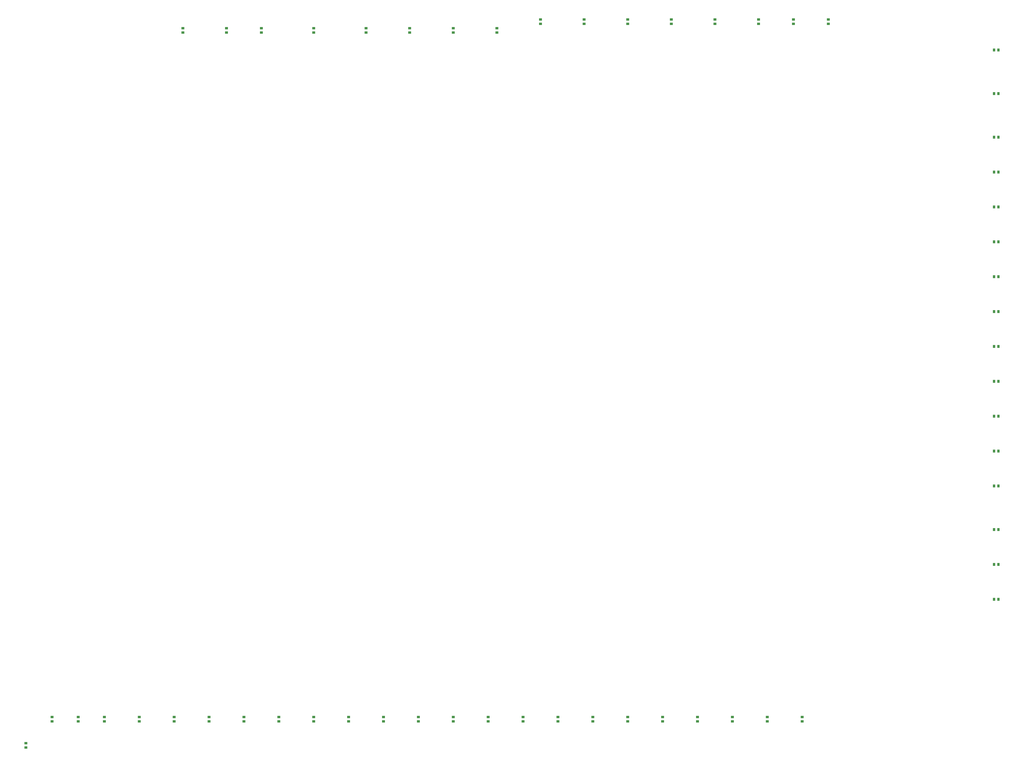
<source format=gtp>
G04 MADE WITH FRITZING*
G04 WWW.FRITZING.ORG*
G04 DOUBLE SIDED*
G04 HOLES PLATED*
G04 CONTOUR ON CENTER OF CONTOUR VECTOR*
%ASAXBY*%
%FSLAX23Y23*%
%MOIN*%
%OFA0B0*%
%SFA1.0B1.0*%
%ADD10R,0.035433X0.027559*%
%ADD11R,0.027559X0.035433*%
%LNPASTEMASK1*%
G90*
G70*
G54D10*
X344Y2648D03*
X344Y2699D03*
G54D11*
X11444Y9648D03*
X11495Y9648D03*
X11444Y9248D03*
X11495Y9248D03*
X11444Y10648D03*
X11495Y10648D03*
G54D10*
X2144Y10848D03*
X2144Y10899D03*
X2644Y10848D03*
X2644Y10899D03*
G54D11*
X11444Y10148D03*
X11495Y10148D03*
X11444Y8048D03*
X11495Y8048D03*
X11444Y6848D03*
X11495Y6848D03*
X11444Y8848D03*
X11495Y8848D03*
X11444Y7248D03*
X11495Y7248D03*
G54D10*
X3044Y10848D03*
X3044Y10899D03*
G54D11*
X11444Y8448D03*
X11495Y8448D03*
X11444Y7648D03*
X11495Y7648D03*
G54D10*
X4744Y10848D03*
X4744Y10899D03*
X7744Y10948D03*
X7744Y10999D03*
X3644Y10848D03*
X3644Y10899D03*
X8244Y10948D03*
X8244Y10999D03*
X9144Y10948D03*
X9144Y10999D03*
X944Y2948D03*
X944Y2999D03*
X8744Y10948D03*
X8744Y10999D03*
X7244Y10948D03*
X7244Y10999D03*
X4244Y10848D03*
X4244Y10899D03*
X6244Y10948D03*
X6244Y10999D03*
G54D11*
X11444Y6448D03*
X11495Y6448D03*
G54D10*
X5744Y10848D03*
X5744Y10899D03*
X6744Y10948D03*
X6744Y10999D03*
X5244Y10848D03*
X5244Y10899D03*
X9544Y10948D03*
X9544Y10999D03*
X3644Y2948D03*
X3644Y2999D03*
X5644Y2948D03*
X5644Y2999D03*
X4044Y2948D03*
X4044Y2999D03*
X4844Y2948D03*
X4844Y2999D03*
X5244Y2948D03*
X5244Y2999D03*
X4444Y2948D03*
X4444Y2999D03*
X3244Y2948D03*
X3244Y2999D03*
X644Y2948D03*
X644Y2999D03*
X2844Y2948D03*
X2844Y2999D03*
X1244Y2948D03*
X1244Y2999D03*
X2044Y2948D03*
X2044Y2999D03*
X2444Y2948D03*
X2444Y2999D03*
X1644Y2948D03*
X1644Y2999D03*
G54D11*
X11444Y6048D03*
X11495Y6048D03*
G54D10*
X9244Y2948D03*
X9244Y2999D03*
X8844Y2948D03*
X8844Y2999D03*
G54D11*
X11444Y4348D03*
X11495Y4348D03*
X11444Y5148D03*
X11495Y5148D03*
X11444Y5648D03*
X11495Y5648D03*
X11444Y4748D03*
X11495Y4748D03*
G54D10*
X6044Y2948D03*
X6044Y2999D03*
X6444Y2948D03*
X6444Y2999D03*
X6844Y2948D03*
X6844Y2999D03*
X8444Y2948D03*
X8444Y2999D03*
X8044Y2948D03*
X8044Y2999D03*
X7244Y2948D03*
X7244Y2999D03*
X7644Y2948D03*
X7644Y2999D03*
G04 End of PasteMask1*
M02*
</source>
